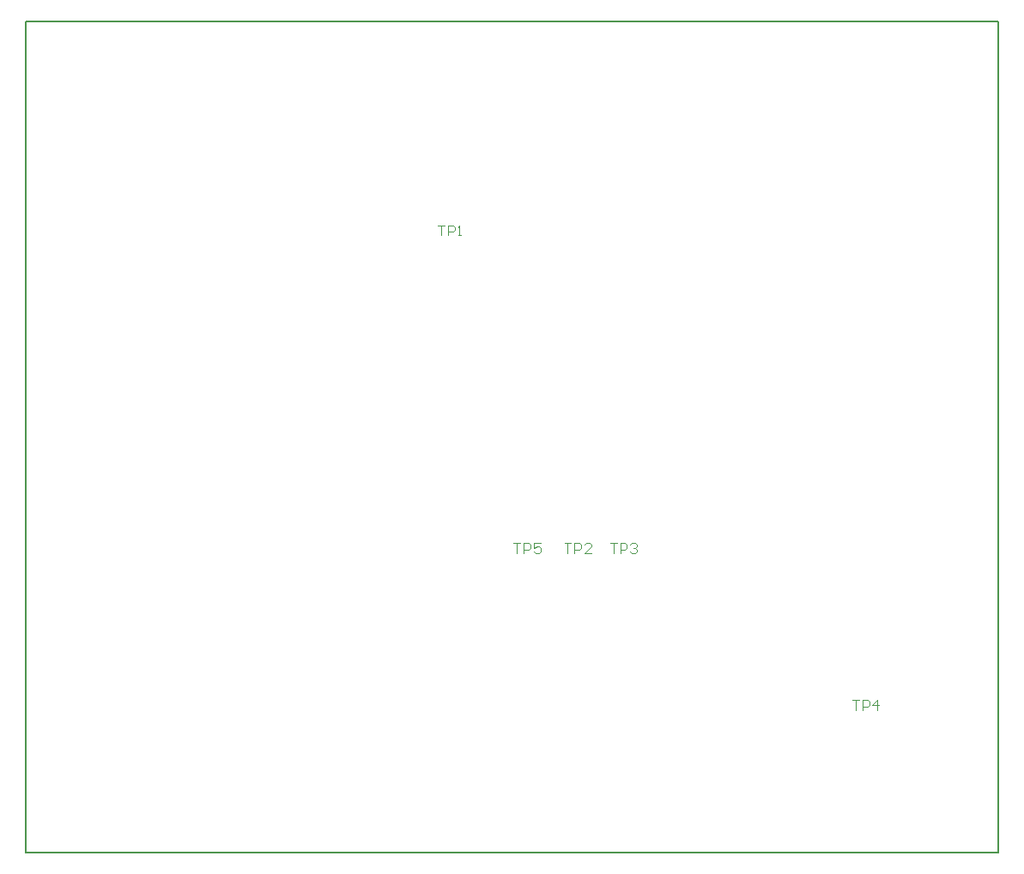
<source format=gbr>
%TF.GenerationSoftware,Altium Limited,Altium Designer,24.3.1 (35)*%
G04 Layer_Color=32896*
%FSLAX45Y45*%
%MOMM*%
%TF.SameCoordinates,77145657-7363-482A-8684-523018AF0833*%
%TF.FilePolarity,Positive*%
%TF.FileFunction,Other,Board*%
%TF.Part,Single*%
G01*
G75*
%TA.AperFunction,NonConductor*%
%ADD46C,0.20000*%
%ADD50C,0.10000*%
D46*
X0Y0D02*
X9600000D01*
Y8200000D01*
X0D02*
X9600000D01*
X0Y0D02*
Y8200000D01*
D50*
X8155385Y1499984D02*
X8222030D01*
X8188708D01*
Y1400016D01*
X8255353D02*
Y1499984D01*
X8305337D01*
X8321998Y1483322D01*
Y1450000D01*
X8305337Y1433339D01*
X8255353D01*
X8405304Y1400016D02*
Y1499984D01*
X8355321Y1450000D01*
X8421966D01*
X4816710Y3049984D02*
X4883355D01*
X4850032D01*
Y2950016D01*
X4916677D02*
Y3049984D01*
X4966661D01*
X4983323Y3033323D01*
Y3000000D01*
X4966661Y2983339D01*
X4916677D01*
X5083290Y3049984D02*
X5016645D01*
Y3000000D01*
X5049968Y3016661D01*
X5066629D01*
X5083290Y3000000D01*
Y2966678D01*
X5066629Y2950016D01*
X5033307D01*
X5016645Y2966678D01*
X5316710Y3049984D02*
X5383355D01*
X5350032D01*
Y2950016D01*
X5416678D02*
Y3049984D01*
X5466661D01*
X5483323Y3033323D01*
Y3000000D01*
X5466661Y2983339D01*
X5416678D01*
X5583290Y2950016D02*
X5516645D01*
X5583290Y3016661D01*
Y3033323D01*
X5566629Y3049984D01*
X5533307D01*
X5516645Y3033323D01*
X5766710Y3049984D02*
X5833355D01*
X5800032D01*
Y2950016D01*
X5866678D02*
Y3049984D01*
X5916662D01*
X5933323Y3033323D01*
Y3000000D01*
X5916662Y2983339D01*
X5866678D01*
X5966645Y3033323D02*
X5983307Y3049984D01*
X6016629D01*
X6033290Y3033323D01*
Y3016661D01*
X6016629Y3000000D01*
X5999968D01*
X6016629D01*
X6033290Y2983339D01*
Y2966678D01*
X6016629Y2950016D01*
X5983307D01*
X5966645Y2966678D01*
X4066707Y6188896D02*
X4133352D01*
X4100029D01*
Y6088928D01*
X4166674D02*
Y6188896D01*
X4216658D01*
X4233319Y6172235D01*
Y6138912D01*
X4216658Y6122251D01*
X4166674D01*
X4266642Y6088928D02*
X4299965D01*
X4283304D01*
Y6188896D01*
X4266642Y6172235D01*
%TF.MD5,6e77a8d4dc5101b4155b975baf863347*%
M02*

</source>
